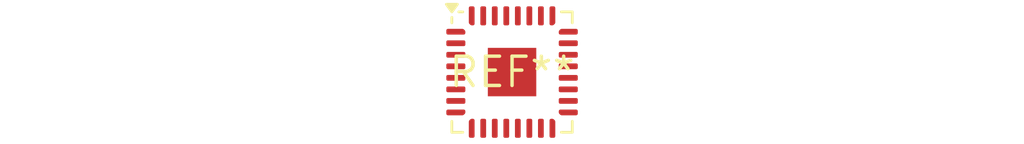
<source format=kicad_pcb>
(kicad_pcb (version 20240108) (generator pcbnew)
  (layers (0 "F.Cu" signal) (31 "B.Cu" signal) (34 "B.Paste" user) (35 "F.Paste" user) (36 "B.SilkS" user "B.Silkscreen") (37 "F.SilkS" user "F.Silkscreen") (38 "B.Mask" user) (39 "F.Mask" user) (44 "Edge.Cuts" user))
  (net 0 "")
  (footprint "TQFN-32-1EP_5x5mm_P0.5mm_EP2.1x2.1mm" (layer "F.Cu") (at 0 0)
    (property "Reference" "REF**")
    (property "Value" "TQFN-32-1EP_5x5mm_P0.5mm_EP2.1x2.1mm")
    (fp_line (start -2.61 -2.135) (end -2.61 -2.37) (layer "F.SilkS") (stroke (width 0.12)))
    (fp_line (start -2.61 2.61) (end -2.61 2.135) (layer "F.SilkS") (stroke (width 0.12)))
    (fp_line (start -2.135 -2.61) (end -2.31 -2.61) (layer "F.SilkS") (stroke (width 0.12)))
    (fp_line (start -2.135 2.61) (end -2.61 2.61) (layer "F.SilkS") (stroke (width 0.12)))
    (fp_line (start 2.135 -2.61) (end 2.61 -2.61) (layer "F.SilkS") (stroke (width 0.12)))
    (fp_line (start 2.135 2.61) (end 2.61 2.61) (layer "F.SilkS") (stroke (width 0.12)))
    (fp_line (start 2.61 -2.61) (end 2.61 -2.135) (layer "F.SilkS") (stroke (width 0.12)))
    (fp_line (start 2.61 2.61) (end 2.61 2.135) (layer "F.SilkS") (stroke (width 0.12)))
    (fp_poly (pts (xy -2.61 -2.61) (xy -2.85 -2.94) (xy -2.37 -2.94) (xy -2.61 -2.61)) (layer "F.SilkS") (stroke (width 0.12)) (fill solid))
    (pad "1" smd custom (at -2.4375 -1.75) (size 0.18636 0.18636) (layers "F.Cu" "F.Paste" "F.Mask") (options (clearance outline) (anchor circle)) (primitives (gr_poly (pts (xy -0.35 -0.0625) (xy 0.296612 -0.0625) (xy 0.35 -0.009112) (xy 0.35 0.0625) (xy -0.35 0.0625)) (width 0.125) (fill yes))))
    (pad "2" smd roundrect (at -2.4375 -1.25) (size 0.825 0.25) (layers "F.Cu" "F.Paste" "F.Mask"))
    (pad "3" smd roundrect (at -2.4375 -0.75) (size 0.825 0.25) (layers "F.Cu" "F.Paste" "F.Mask"))
    (pad "4" smd roundrect (at -2.4375 -0.25) (size 0.825 0.25) (layers "F.Cu" "F.Paste" "F.Mask"))
    (pad "5" smd roundrect (at -2.4375 0.25) (size 0.825 0.25) (layers "F.Cu" "F.Paste" "F.Mask"))
    (pad "6" smd roundrect (at -2.4375 0.75) (size 0.825 0.25) (layers "F.Cu" "F.Paste" "F.Mask"))
    (pad "7" smd roundrect (at -2.4375 1.25) (size 0.825 0.25) (layers "F.Cu" "F.Paste" "F.Mask"))
    (pad "8" smd custom (at -2.4375 1.75) (size 0.18636 0.18636) (layers "F.Cu" "F.Paste" "F.Mask") (options (clearance outline) (anchor circle)) (primitives (gr_poly (pts (xy -0.35 -0.0625) (xy 0.35 -0.0625) (xy 0.35 0.009112) (xy 0.296612 0.0625) (xy -0.35 0.0625)) (width 0.125) (fill yes))))
    (pad "9" smd custom (at -1.75 2.4375) (size 0.18636 0.18636) (layers "F.Cu" "F.Paste" "F.Mask") (options (clearance outline) (anchor circle)) (primitives (gr_poly (pts (xy -0.0625 -0.296612) (xy -0.009112 -0.35) (xy 0.0625 -0.35) (xy 0.0625 0.35) (xy -0.0625 0.35)) (width 0.125) (fill yes))))
    (pad "10" smd roundrect (at -1.25 2.4375) (size 0.25 0.825) (layers "F.Cu" "F.Paste" "F.Mask"))
    (pad "11" smd roundrect (at -0.75 2.4375) (size 0.25 0.825) (layers "F.Cu" "F.Paste" "F.Mask"))
    (pad "12" smd roundrect (at -0.25 2.4375) (size 0.25 0.825) (layers "F.Cu" "F.Paste" "F.Mask"))
    (pad "13" smd roundrect (at 0.25 2.4375) (size 0.25 0.825) (layers "F.Cu" "F.Paste" "F.Mask"))
    (pad "14" smd roundrect (at 0.75 2.4375) (size 0.25 0.825) (layers "F.Cu" "F.Paste" "F.Mask"))
    (pad "15" smd roundrect (at 1.25 2.4375) (size 0.25 0.825) (layers "F.Cu" "F.Paste" "F.Mask"))
    (pad "16" smd custom (at 1.75 2.4375) (size 0.18636 0.18636) (layers "F.Cu" "F.Paste" "F.Mask") (options (clearance outline) (anchor circle)) (primitives (gr_poly (pts (xy -0.0625 -0.35) (xy 0.009112 -0.35) (xy 0.0625 -0.296612) (xy 0.0625 0.35) (xy -0.0625 0.35)) (width 0.125) (fill yes))))
    (pad "17" smd custom (at 2.4375 1.75) (size 0.18636 0.18636) (layers "F.Cu" "F.Paste" "F.Mask") (options (clearance outline) (anchor circle)) (primitives (gr_poly (pts (xy -0.35 -0.0625) (xy 0.35 -0.0625) (xy 0.35 0.0625) (xy -0.296612 0.0625) (xy -0.35 0.009112)) (width 0.125) (fill yes))))
    (pad "18" smd roundrect (at 2.4375 1.25) (size 0.825 0.25) (layers "F.Cu" "F.Paste" "F.Mask"))
    (pad "19" smd roundrect (at 2.4375 0.75) (size 0.825 0.25) (layers "F.Cu" "F.Paste" "F.Mask"))
    (pad "20" smd roundrect (at 2.4375 0.25) (size 0.825 0.25) (layers "F.Cu" "F.Paste" "F.Mask"))
    (pad "21" smd roundrect (at 2.4375 -0.25) (size 0.825 0.25) (layers "F.Cu" "F.Paste" "F.Mask"))
    (pad "22" smd roundrect (at 2.4375 -0.75) (size 0.825 0.25) (layers "F.Cu" "F.Paste" "F.Mask"))
    (pad "23" smd roundrect (at 2.4375 -1.25) (size 0.825 0.25) (layers "F.Cu" "F.Paste" "F.Mask"))
    (pad "24" smd custom (at 2.4375 -1.75) (size 0.18636 0.18636) (layers "F.Cu" "F.Paste" "F.Mask") (options (clearance outline) (anchor circle)) (primitives (gr_poly (pts (xy -0.35 -0.009112) (xy -0.296612 -0.0625) (xy 0.35 -0.0625) (xy 0.35 0.0625) (xy -0.35 0.0625)) (width 0.125) (fill yes))))
    (pad "25" smd custom (at 1.75 -2.4375) (size 0.18636 0.18636) (layers "F.Cu" "F.Paste" "F.Mask") (options (clearance outline) (anchor circle)) (primitives (gr_poly (pts (xy -0.0625 -0.35) (xy 0.0625 -0.35) (xy 0.0625 0.296612) (xy 0.009112 0.35) (xy -0.0625 0.35)) (width 0.125) (fill yes))))
    (pad "26" smd roundrect (at 1.25 -2.4375) (size 0.25 0.825) (layers "F.Cu" "F.Paste" "F.Mask"))
    (pad "27" smd roundrect (at 0.75 -2.4375) (size 0.25 0.825) (layers "F.Cu" "F.Paste" "F.Mask"))
    (pad "28" smd roundrect (at 0.25 -2.4375) (size 0.25 0.825) (layers "F.Cu" "F.Paste" "F.Mask"))
    (pad "29" smd roundrect (at -0.25 -2.4375) (size 0.25 0.825) (layers "F.Cu" "F.Paste" "F.Mask"))
    (pad "30" smd roundrect (at -0.75 -2.4375) (size 0.25 0.825) (layers "F.Cu" "F.Paste" "F.Mask"))
    (pad "31" smd roundrect (at -1.25 -2.4375) (size 0.25 0.825) (layers "F.Cu" "F.Paste" "F.Mask"))
    (pad "32" smd custom (at -1.75 -2.4375) (size 0.18636 0.18636) (layers "F.Cu" "F.Paste" "F.Mask") (options (clearance outline) (anchor circle)) (primitives (gr_poly (pts (xy -0.0625 -0.35) (xy 0.0625 -0.35) (xy 0.0625 0.35) (xy -0.009112 0.35) (xy -0.0625 0.296612)) (width 0.125) (fill yes))))
    (pad "33" smd rect (at 0 0) (size 2.1 2.1) (property pad_prop_heatsink) (layers "F.Cu" "F.Mask"))
  )
)
</source>
